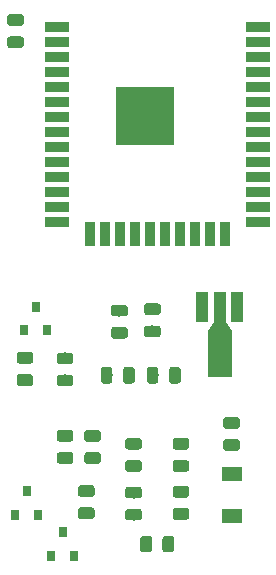
<source format=gbr>
G04 #@! TF.GenerationSoftware,KiCad,Pcbnew,(5.1.2-1)-1*
G04 #@! TF.CreationDate,2021-02-06T11:05:53+01:00*
G04 #@! TF.ProjectId,parasite,70617261-7369-4746-952e-6b696361645f,1.1.0*
G04 #@! TF.SameCoordinates,Original*
G04 #@! TF.FileFunction,Paste,Top*
G04 #@! TF.FilePolarity,Positive*
%FSLAX46Y46*%
G04 Gerber Fmt 4.6, Leading zero omitted, Abs format (unit mm)*
G04 Created by KiCad (PCBNEW (5.1.2-1)-1) date 2021-02-06 11:05:53*
%MOMM*%
%LPD*%
G04 APERTURE LIST*
%ADD10C,0.100000*%
%ADD11C,0.975000*%
%ADD12R,0.800000X0.900000*%
%ADD13R,1.700000X1.300000*%
%ADD14R,1.000000X2.500000*%
%ADD15R,2.000000X4.000000*%
%ADD16C,0.750000*%
%ADD17R,5.000000X5.000000*%
%ADD18R,2.000000X0.900000*%
%ADD19R,0.900000X2.000000*%
G04 APERTURE END LIST*
D10*
G36*
X118080142Y-74988674D02*
G01*
X118103803Y-74992184D01*
X118127007Y-74997996D01*
X118149529Y-75006054D01*
X118171153Y-75016282D01*
X118191670Y-75028579D01*
X118210883Y-75042829D01*
X118228607Y-75058893D01*
X118244671Y-75076617D01*
X118258921Y-75095830D01*
X118271218Y-75116347D01*
X118281446Y-75137971D01*
X118289504Y-75160493D01*
X118295316Y-75183697D01*
X118298826Y-75207358D01*
X118300000Y-75231250D01*
X118300000Y-75718750D01*
X118298826Y-75742642D01*
X118295316Y-75766303D01*
X118289504Y-75789507D01*
X118281446Y-75812029D01*
X118271218Y-75833653D01*
X118258921Y-75854170D01*
X118244671Y-75873383D01*
X118228607Y-75891107D01*
X118210883Y-75907171D01*
X118191670Y-75921421D01*
X118171153Y-75933718D01*
X118149529Y-75943946D01*
X118127007Y-75952004D01*
X118103803Y-75957816D01*
X118080142Y-75961326D01*
X118056250Y-75962500D01*
X117143750Y-75962500D01*
X117119858Y-75961326D01*
X117096197Y-75957816D01*
X117072993Y-75952004D01*
X117050471Y-75943946D01*
X117028847Y-75933718D01*
X117008330Y-75921421D01*
X116989117Y-75907171D01*
X116971393Y-75891107D01*
X116955329Y-75873383D01*
X116941079Y-75854170D01*
X116928782Y-75833653D01*
X116918554Y-75812029D01*
X116910496Y-75789507D01*
X116904684Y-75766303D01*
X116901174Y-75742642D01*
X116900000Y-75718750D01*
X116900000Y-75231250D01*
X116901174Y-75207358D01*
X116904684Y-75183697D01*
X116910496Y-75160493D01*
X116918554Y-75137971D01*
X116928782Y-75116347D01*
X116941079Y-75095830D01*
X116955329Y-75076617D01*
X116971393Y-75058893D01*
X116989117Y-75042829D01*
X117008330Y-75028579D01*
X117028847Y-75016282D01*
X117050471Y-75006054D01*
X117072993Y-74997996D01*
X117096197Y-74992184D01*
X117119858Y-74988674D01*
X117143750Y-74987500D01*
X118056250Y-74987500D01*
X118080142Y-74988674D01*
X118080142Y-74988674D01*
G37*
D11*
X117600000Y-75475000D03*
D10*
G36*
X118080142Y-73113674D02*
G01*
X118103803Y-73117184D01*
X118127007Y-73122996D01*
X118149529Y-73131054D01*
X118171153Y-73141282D01*
X118191670Y-73153579D01*
X118210883Y-73167829D01*
X118228607Y-73183893D01*
X118244671Y-73201617D01*
X118258921Y-73220830D01*
X118271218Y-73241347D01*
X118281446Y-73262971D01*
X118289504Y-73285493D01*
X118295316Y-73308697D01*
X118298826Y-73332358D01*
X118300000Y-73356250D01*
X118300000Y-73843750D01*
X118298826Y-73867642D01*
X118295316Y-73891303D01*
X118289504Y-73914507D01*
X118281446Y-73937029D01*
X118271218Y-73958653D01*
X118258921Y-73979170D01*
X118244671Y-73998383D01*
X118228607Y-74016107D01*
X118210883Y-74032171D01*
X118191670Y-74046421D01*
X118171153Y-74058718D01*
X118149529Y-74068946D01*
X118127007Y-74077004D01*
X118103803Y-74082816D01*
X118080142Y-74086326D01*
X118056250Y-74087500D01*
X117143750Y-74087500D01*
X117119858Y-74086326D01*
X117096197Y-74082816D01*
X117072993Y-74077004D01*
X117050471Y-74068946D01*
X117028847Y-74058718D01*
X117008330Y-74046421D01*
X116989117Y-74032171D01*
X116971393Y-74016107D01*
X116955329Y-73998383D01*
X116941079Y-73979170D01*
X116928782Y-73958653D01*
X116918554Y-73937029D01*
X116910496Y-73914507D01*
X116904684Y-73891303D01*
X116901174Y-73867642D01*
X116900000Y-73843750D01*
X116900000Y-73356250D01*
X116901174Y-73332358D01*
X116904684Y-73308697D01*
X116910496Y-73285493D01*
X116918554Y-73262971D01*
X116928782Y-73241347D01*
X116941079Y-73220830D01*
X116955329Y-73201617D01*
X116971393Y-73183893D01*
X116989117Y-73167829D01*
X117008330Y-73153579D01*
X117028847Y-73141282D01*
X117050471Y-73131054D01*
X117072993Y-73122996D01*
X117096197Y-73117184D01*
X117119858Y-73113674D01*
X117143750Y-73112500D01*
X118056250Y-73112500D01*
X118080142Y-73113674D01*
X118080142Y-73113674D01*
G37*
D11*
X117600000Y-73600000D03*
D10*
G36*
X115280142Y-73238674D02*
G01*
X115303803Y-73242184D01*
X115327007Y-73247996D01*
X115349529Y-73256054D01*
X115371153Y-73266282D01*
X115391670Y-73278579D01*
X115410883Y-73292829D01*
X115428607Y-73308893D01*
X115444671Y-73326617D01*
X115458921Y-73345830D01*
X115471218Y-73366347D01*
X115481446Y-73387971D01*
X115489504Y-73410493D01*
X115495316Y-73433697D01*
X115498826Y-73457358D01*
X115500000Y-73481250D01*
X115500000Y-73968750D01*
X115498826Y-73992642D01*
X115495316Y-74016303D01*
X115489504Y-74039507D01*
X115481446Y-74062029D01*
X115471218Y-74083653D01*
X115458921Y-74104170D01*
X115444671Y-74123383D01*
X115428607Y-74141107D01*
X115410883Y-74157171D01*
X115391670Y-74171421D01*
X115371153Y-74183718D01*
X115349529Y-74193946D01*
X115327007Y-74202004D01*
X115303803Y-74207816D01*
X115280142Y-74211326D01*
X115256250Y-74212500D01*
X114343750Y-74212500D01*
X114319858Y-74211326D01*
X114296197Y-74207816D01*
X114272993Y-74202004D01*
X114250471Y-74193946D01*
X114228847Y-74183718D01*
X114208330Y-74171421D01*
X114189117Y-74157171D01*
X114171393Y-74141107D01*
X114155329Y-74123383D01*
X114141079Y-74104170D01*
X114128782Y-74083653D01*
X114118554Y-74062029D01*
X114110496Y-74039507D01*
X114104684Y-74016303D01*
X114101174Y-73992642D01*
X114100000Y-73968750D01*
X114100000Y-73481250D01*
X114101174Y-73457358D01*
X114104684Y-73433697D01*
X114110496Y-73410493D01*
X114118554Y-73387971D01*
X114128782Y-73366347D01*
X114141079Y-73345830D01*
X114155329Y-73326617D01*
X114171393Y-73308893D01*
X114189117Y-73292829D01*
X114208330Y-73278579D01*
X114228847Y-73266282D01*
X114250471Y-73256054D01*
X114272993Y-73247996D01*
X114296197Y-73242184D01*
X114319858Y-73238674D01*
X114343750Y-73237500D01*
X115256250Y-73237500D01*
X115280142Y-73238674D01*
X115280142Y-73238674D01*
G37*
D11*
X114800000Y-73725000D03*
D10*
G36*
X115280142Y-75113674D02*
G01*
X115303803Y-75117184D01*
X115327007Y-75122996D01*
X115349529Y-75131054D01*
X115371153Y-75141282D01*
X115391670Y-75153579D01*
X115410883Y-75167829D01*
X115428607Y-75183893D01*
X115444671Y-75201617D01*
X115458921Y-75220830D01*
X115471218Y-75241347D01*
X115481446Y-75262971D01*
X115489504Y-75285493D01*
X115495316Y-75308697D01*
X115498826Y-75332358D01*
X115500000Y-75356250D01*
X115500000Y-75843750D01*
X115498826Y-75867642D01*
X115495316Y-75891303D01*
X115489504Y-75914507D01*
X115481446Y-75937029D01*
X115471218Y-75958653D01*
X115458921Y-75979170D01*
X115444671Y-75998383D01*
X115428607Y-76016107D01*
X115410883Y-76032171D01*
X115391670Y-76046421D01*
X115371153Y-76058718D01*
X115349529Y-76068946D01*
X115327007Y-76077004D01*
X115303803Y-76082816D01*
X115280142Y-76086326D01*
X115256250Y-76087500D01*
X114343750Y-76087500D01*
X114319858Y-76086326D01*
X114296197Y-76082816D01*
X114272993Y-76077004D01*
X114250471Y-76068946D01*
X114228847Y-76058718D01*
X114208330Y-76046421D01*
X114189117Y-76032171D01*
X114171393Y-76016107D01*
X114155329Y-75998383D01*
X114141079Y-75979170D01*
X114128782Y-75958653D01*
X114118554Y-75937029D01*
X114110496Y-75914507D01*
X114104684Y-75891303D01*
X114101174Y-75867642D01*
X114100000Y-75843750D01*
X114100000Y-75356250D01*
X114101174Y-75332358D01*
X114104684Y-75308697D01*
X114110496Y-75285493D01*
X114118554Y-75262971D01*
X114128782Y-75241347D01*
X114141079Y-75220830D01*
X114155329Y-75201617D01*
X114171393Y-75183893D01*
X114189117Y-75167829D01*
X114208330Y-75153579D01*
X114228847Y-75141282D01*
X114250471Y-75131054D01*
X114272993Y-75122996D01*
X114296197Y-75117184D01*
X114319858Y-75113674D01*
X114343750Y-75112500D01*
X115256250Y-75112500D01*
X115280142Y-75113674D01*
X115280142Y-75113674D01*
G37*
D11*
X114800000Y-75600000D03*
D12*
X110000000Y-92500000D03*
X110950000Y-94500000D03*
X109050000Y-94500000D03*
X106950000Y-89000000D03*
X107900000Y-91000000D03*
X106000000Y-91000000D03*
D10*
G36*
X119205142Y-92801174D02*
G01*
X119228803Y-92804684D01*
X119252007Y-92810496D01*
X119274529Y-92818554D01*
X119296153Y-92828782D01*
X119316670Y-92841079D01*
X119335883Y-92855329D01*
X119353607Y-92871393D01*
X119369671Y-92889117D01*
X119383921Y-92908330D01*
X119396218Y-92928847D01*
X119406446Y-92950471D01*
X119414504Y-92972993D01*
X119420316Y-92996197D01*
X119423826Y-93019858D01*
X119425000Y-93043750D01*
X119425000Y-93956250D01*
X119423826Y-93980142D01*
X119420316Y-94003803D01*
X119414504Y-94027007D01*
X119406446Y-94049529D01*
X119396218Y-94071153D01*
X119383921Y-94091670D01*
X119369671Y-94110883D01*
X119353607Y-94128607D01*
X119335883Y-94144671D01*
X119316670Y-94158921D01*
X119296153Y-94171218D01*
X119274529Y-94181446D01*
X119252007Y-94189504D01*
X119228803Y-94195316D01*
X119205142Y-94198826D01*
X119181250Y-94200000D01*
X118693750Y-94200000D01*
X118669858Y-94198826D01*
X118646197Y-94195316D01*
X118622993Y-94189504D01*
X118600471Y-94181446D01*
X118578847Y-94171218D01*
X118558330Y-94158921D01*
X118539117Y-94144671D01*
X118521393Y-94128607D01*
X118505329Y-94110883D01*
X118491079Y-94091670D01*
X118478782Y-94071153D01*
X118468554Y-94049529D01*
X118460496Y-94027007D01*
X118454684Y-94003803D01*
X118451174Y-93980142D01*
X118450000Y-93956250D01*
X118450000Y-93043750D01*
X118451174Y-93019858D01*
X118454684Y-92996197D01*
X118460496Y-92972993D01*
X118468554Y-92950471D01*
X118478782Y-92928847D01*
X118491079Y-92908330D01*
X118505329Y-92889117D01*
X118521393Y-92871393D01*
X118539117Y-92855329D01*
X118558330Y-92841079D01*
X118578847Y-92828782D01*
X118600471Y-92818554D01*
X118622993Y-92810496D01*
X118646197Y-92804684D01*
X118669858Y-92801174D01*
X118693750Y-92800000D01*
X119181250Y-92800000D01*
X119205142Y-92801174D01*
X119205142Y-92801174D01*
G37*
D11*
X118937500Y-93500000D03*
D10*
G36*
X117330142Y-92801174D02*
G01*
X117353803Y-92804684D01*
X117377007Y-92810496D01*
X117399529Y-92818554D01*
X117421153Y-92828782D01*
X117441670Y-92841079D01*
X117460883Y-92855329D01*
X117478607Y-92871393D01*
X117494671Y-92889117D01*
X117508921Y-92908330D01*
X117521218Y-92928847D01*
X117531446Y-92950471D01*
X117539504Y-92972993D01*
X117545316Y-92996197D01*
X117548826Y-93019858D01*
X117550000Y-93043750D01*
X117550000Y-93956250D01*
X117548826Y-93980142D01*
X117545316Y-94003803D01*
X117539504Y-94027007D01*
X117531446Y-94049529D01*
X117521218Y-94071153D01*
X117508921Y-94091670D01*
X117494671Y-94110883D01*
X117478607Y-94128607D01*
X117460883Y-94144671D01*
X117441670Y-94158921D01*
X117421153Y-94171218D01*
X117399529Y-94181446D01*
X117377007Y-94189504D01*
X117353803Y-94195316D01*
X117330142Y-94198826D01*
X117306250Y-94200000D01*
X116818750Y-94200000D01*
X116794858Y-94198826D01*
X116771197Y-94195316D01*
X116747993Y-94189504D01*
X116725471Y-94181446D01*
X116703847Y-94171218D01*
X116683330Y-94158921D01*
X116664117Y-94144671D01*
X116646393Y-94128607D01*
X116630329Y-94110883D01*
X116616079Y-94091670D01*
X116603782Y-94071153D01*
X116593554Y-94049529D01*
X116585496Y-94027007D01*
X116579684Y-94003803D01*
X116576174Y-93980142D01*
X116575000Y-93956250D01*
X116575000Y-93043750D01*
X116576174Y-93019858D01*
X116579684Y-92996197D01*
X116585496Y-92972993D01*
X116593554Y-92950471D01*
X116603782Y-92928847D01*
X116616079Y-92908330D01*
X116630329Y-92889117D01*
X116646393Y-92871393D01*
X116664117Y-92855329D01*
X116683330Y-92841079D01*
X116703847Y-92828782D01*
X116725471Y-92818554D01*
X116747993Y-92810496D01*
X116771197Y-92804684D01*
X116794858Y-92801174D01*
X116818750Y-92800000D01*
X117306250Y-92800000D01*
X117330142Y-92801174D01*
X117330142Y-92801174D01*
G37*
D11*
X117062500Y-93500000D03*
D10*
G36*
X120480142Y-84513674D02*
G01*
X120503803Y-84517184D01*
X120527007Y-84522996D01*
X120549529Y-84531054D01*
X120571153Y-84541282D01*
X120591670Y-84553579D01*
X120610883Y-84567829D01*
X120628607Y-84583893D01*
X120644671Y-84601617D01*
X120658921Y-84620830D01*
X120671218Y-84641347D01*
X120681446Y-84662971D01*
X120689504Y-84685493D01*
X120695316Y-84708697D01*
X120698826Y-84732358D01*
X120700000Y-84756250D01*
X120700000Y-85243750D01*
X120698826Y-85267642D01*
X120695316Y-85291303D01*
X120689504Y-85314507D01*
X120681446Y-85337029D01*
X120671218Y-85358653D01*
X120658921Y-85379170D01*
X120644671Y-85398383D01*
X120628607Y-85416107D01*
X120610883Y-85432171D01*
X120591670Y-85446421D01*
X120571153Y-85458718D01*
X120549529Y-85468946D01*
X120527007Y-85477004D01*
X120503803Y-85482816D01*
X120480142Y-85486326D01*
X120456250Y-85487500D01*
X119543750Y-85487500D01*
X119519858Y-85486326D01*
X119496197Y-85482816D01*
X119472993Y-85477004D01*
X119450471Y-85468946D01*
X119428847Y-85458718D01*
X119408330Y-85446421D01*
X119389117Y-85432171D01*
X119371393Y-85416107D01*
X119355329Y-85398383D01*
X119341079Y-85379170D01*
X119328782Y-85358653D01*
X119318554Y-85337029D01*
X119310496Y-85314507D01*
X119304684Y-85291303D01*
X119301174Y-85267642D01*
X119300000Y-85243750D01*
X119300000Y-84756250D01*
X119301174Y-84732358D01*
X119304684Y-84708697D01*
X119310496Y-84685493D01*
X119318554Y-84662971D01*
X119328782Y-84641347D01*
X119341079Y-84620830D01*
X119355329Y-84601617D01*
X119371393Y-84583893D01*
X119389117Y-84567829D01*
X119408330Y-84553579D01*
X119428847Y-84541282D01*
X119450471Y-84531054D01*
X119472993Y-84522996D01*
X119496197Y-84517184D01*
X119519858Y-84513674D01*
X119543750Y-84512500D01*
X120456250Y-84512500D01*
X120480142Y-84513674D01*
X120480142Y-84513674D01*
G37*
D11*
X120000000Y-85000000D03*
D10*
G36*
X120480142Y-86388674D02*
G01*
X120503803Y-86392184D01*
X120527007Y-86397996D01*
X120549529Y-86406054D01*
X120571153Y-86416282D01*
X120591670Y-86428579D01*
X120610883Y-86442829D01*
X120628607Y-86458893D01*
X120644671Y-86476617D01*
X120658921Y-86495830D01*
X120671218Y-86516347D01*
X120681446Y-86537971D01*
X120689504Y-86560493D01*
X120695316Y-86583697D01*
X120698826Y-86607358D01*
X120700000Y-86631250D01*
X120700000Y-87118750D01*
X120698826Y-87142642D01*
X120695316Y-87166303D01*
X120689504Y-87189507D01*
X120681446Y-87212029D01*
X120671218Y-87233653D01*
X120658921Y-87254170D01*
X120644671Y-87273383D01*
X120628607Y-87291107D01*
X120610883Y-87307171D01*
X120591670Y-87321421D01*
X120571153Y-87333718D01*
X120549529Y-87343946D01*
X120527007Y-87352004D01*
X120503803Y-87357816D01*
X120480142Y-87361326D01*
X120456250Y-87362500D01*
X119543750Y-87362500D01*
X119519858Y-87361326D01*
X119496197Y-87357816D01*
X119472993Y-87352004D01*
X119450471Y-87343946D01*
X119428847Y-87333718D01*
X119408330Y-87321421D01*
X119389117Y-87307171D01*
X119371393Y-87291107D01*
X119355329Y-87273383D01*
X119341079Y-87254170D01*
X119328782Y-87233653D01*
X119318554Y-87212029D01*
X119310496Y-87189507D01*
X119304684Y-87166303D01*
X119301174Y-87142642D01*
X119300000Y-87118750D01*
X119300000Y-86631250D01*
X119301174Y-86607358D01*
X119304684Y-86583697D01*
X119310496Y-86560493D01*
X119318554Y-86537971D01*
X119328782Y-86516347D01*
X119341079Y-86495830D01*
X119355329Y-86476617D01*
X119371393Y-86458893D01*
X119389117Y-86442829D01*
X119408330Y-86428579D01*
X119428847Y-86416282D01*
X119450471Y-86406054D01*
X119472993Y-86397996D01*
X119496197Y-86392184D01*
X119519858Y-86388674D01*
X119543750Y-86387500D01*
X120456250Y-86387500D01*
X120480142Y-86388674D01*
X120480142Y-86388674D01*
G37*
D11*
X120000000Y-86875000D03*
D10*
G36*
X113017642Y-83838674D02*
G01*
X113041303Y-83842184D01*
X113064507Y-83847996D01*
X113087029Y-83856054D01*
X113108653Y-83866282D01*
X113129170Y-83878579D01*
X113148383Y-83892829D01*
X113166107Y-83908893D01*
X113182171Y-83926617D01*
X113196421Y-83945830D01*
X113208718Y-83966347D01*
X113218946Y-83987971D01*
X113227004Y-84010493D01*
X113232816Y-84033697D01*
X113236326Y-84057358D01*
X113237500Y-84081250D01*
X113237500Y-84568750D01*
X113236326Y-84592642D01*
X113232816Y-84616303D01*
X113227004Y-84639507D01*
X113218946Y-84662029D01*
X113208718Y-84683653D01*
X113196421Y-84704170D01*
X113182171Y-84723383D01*
X113166107Y-84741107D01*
X113148383Y-84757171D01*
X113129170Y-84771421D01*
X113108653Y-84783718D01*
X113087029Y-84793946D01*
X113064507Y-84802004D01*
X113041303Y-84807816D01*
X113017642Y-84811326D01*
X112993750Y-84812500D01*
X112081250Y-84812500D01*
X112057358Y-84811326D01*
X112033697Y-84807816D01*
X112010493Y-84802004D01*
X111987971Y-84793946D01*
X111966347Y-84783718D01*
X111945830Y-84771421D01*
X111926617Y-84757171D01*
X111908893Y-84741107D01*
X111892829Y-84723383D01*
X111878579Y-84704170D01*
X111866282Y-84683653D01*
X111856054Y-84662029D01*
X111847996Y-84639507D01*
X111842184Y-84616303D01*
X111838674Y-84592642D01*
X111837500Y-84568750D01*
X111837500Y-84081250D01*
X111838674Y-84057358D01*
X111842184Y-84033697D01*
X111847996Y-84010493D01*
X111856054Y-83987971D01*
X111866282Y-83966347D01*
X111878579Y-83945830D01*
X111892829Y-83926617D01*
X111908893Y-83908893D01*
X111926617Y-83892829D01*
X111945830Y-83878579D01*
X111966347Y-83866282D01*
X111987971Y-83856054D01*
X112010493Y-83847996D01*
X112033697Y-83842184D01*
X112057358Y-83838674D01*
X112081250Y-83837500D01*
X112993750Y-83837500D01*
X113017642Y-83838674D01*
X113017642Y-83838674D01*
G37*
D11*
X112537500Y-84325000D03*
D10*
G36*
X113017642Y-85713674D02*
G01*
X113041303Y-85717184D01*
X113064507Y-85722996D01*
X113087029Y-85731054D01*
X113108653Y-85741282D01*
X113129170Y-85753579D01*
X113148383Y-85767829D01*
X113166107Y-85783893D01*
X113182171Y-85801617D01*
X113196421Y-85820830D01*
X113208718Y-85841347D01*
X113218946Y-85862971D01*
X113227004Y-85885493D01*
X113232816Y-85908697D01*
X113236326Y-85932358D01*
X113237500Y-85956250D01*
X113237500Y-86443750D01*
X113236326Y-86467642D01*
X113232816Y-86491303D01*
X113227004Y-86514507D01*
X113218946Y-86537029D01*
X113208718Y-86558653D01*
X113196421Y-86579170D01*
X113182171Y-86598383D01*
X113166107Y-86616107D01*
X113148383Y-86632171D01*
X113129170Y-86646421D01*
X113108653Y-86658718D01*
X113087029Y-86668946D01*
X113064507Y-86677004D01*
X113041303Y-86682816D01*
X113017642Y-86686326D01*
X112993750Y-86687500D01*
X112081250Y-86687500D01*
X112057358Y-86686326D01*
X112033697Y-86682816D01*
X112010493Y-86677004D01*
X111987971Y-86668946D01*
X111966347Y-86658718D01*
X111945830Y-86646421D01*
X111926617Y-86632171D01*
X111908893Y-86616107D01*
X111892829Y-86598383D01*
X111878579Y-86579170D01*
X111866282Y-86558653D01*
X111856054Y-86537029D01*
X111847996Y-86514507D01*
X111842184Y-86491303D01*
X111838674Y-86467642D01*
X111837500Y-86443750D01*
X111837500Y-85956250D01*
X111838674Y-85932358D01*
X111842184Y-85908697D01*
X111847996Y-85885493D01*
X111856054Y-85862971D01*
X111866282Y-85841347D01*
X111878579Y-85820830D01*
X111892829Y-85801617D01*
X111908893Y-85783893D01*
X111926617Y-85767829D01*
X111945830Y-85753579D01*
X111966347Y-85741282D01*
X111987971Y-85731054D01*
X112010493Y-85722996D01*
X112033697Y-85717184D01*
X112057358Y-85713674D01*
X112081250Y-85712500D01*
X112993750Y-85712500D01*
X113017642Y-85713674D01*
X113017642Y-85713674D01*
G37*
D11*
X112537500Y-86200000D03*
D10*
G36*
X113992642Y-78501174D02*
G01*
X114016303Y-78504684D01*
X114039507Y-78510496D01*
X114062029Y-78518554D01*
X114083653Y-78528782D01*
X114104170Y-78541079D01*
X114123383Y-78555329D01*
X114141107Y-78571393D01*
X114157171Y-78589117D01*
X114171421Y-78608330D01*
X114183718Y-78628847D01*
X114193946Y-78650471D01*
X114202004Y-78672993D01*
X114207816Y-78696197D01*
X114211326Y-78719858D01*
X114212500Y-78743750D01*
X114212500Y-79656250D01*
X114211326Y-79680142D01*
X114207816Y-79703803D01*
X114202004Y-79727007D01*
X114193946Y-79749529D01*
X114183718Y-79771153D01*
X114171421Y-79791670D01*
X114157171Y-79810883D01*
X114141107Y-79828607D01*
X114123383Y-79844671D01*
X114104170Y-79858921D01*
X114083653Y-79871218D01*
X114062029Y-79881446D01*
X114039507Y-79889504D01*
X114016303Y-79895316D01*
X113992642Y-79898826D01*
X113968750Y-79900000D01*
X113481250Y-79900000D01*
X113457358Y-79898826D01*
X113433697Y-79895316D01*
X113410493Y-79889504D01*
X113387971Y-79881446D01*
X113366347Y-79871218D01*
X113345830Y-79858921D01*
X113326617Y-79844671D01*
X113308893Y-79828607D01*
X113292829Y-79810883D01*
X113278579Y-79791670D01*
X113266282Y-79771153D01*
X113256054Y-79749529D01*
X113247996Y-79727007D01*
X113242184Y-79703803D01*
X113238674Y-79680142D01*
X113237500Y-79656250D01*
X113237500Y-78743750D01*
X113238674Y-78719858D01*
X113242184Y-78696197D01*
X113247996Y-78672993D01*
X113256054Y-78650471D01*
X113266282Y-78628847D01*
X113278579Y-78608330D01*
X113292829Y-78589117D01*
X113308893Y-78571393D01*
X113326617Y-78555329D01*
X113345830Y-78541079D01*
X113366347Y-78528782D01*
X113387971Y-78518554D01*
X113410493Y-78510496D01*
X113433697Y-78504684D01*
X113457358Y-78501174D01*
X113481250Y-78500000D01*
X113968750Y-78500000D01*
X113992642Y-78501174D01*
X113992642Y-78501174D01*
G37*
D11*
X113725000Y-79200000D03*
D10*
G36*
X115867642Y-78501174D02*
G01*
X115891303Y-78504684D01*
X115914507Y-78510496D01*
X115937029Y-78518554D01*
X115958653Y-78528782D01*
X115979170Y-78541079D01*
X115998383Y-78555329D01*
X116016107Y-78571393D01*
X116032171Y-78589117D01*
X116046421Y-78608330D01*
X116058718Y-78628847D01*
X116068946Y-78650471D01*
X116077004Y-78672993D01*
X116082816Y-78696197D01*
X116086326Y-78719858D01*
X116087500Y-78743750D01*
X116087500Y-79656250D01*
X116086326Y-79680142D01*
X116082816Y-79703803D01*
X116077004Y-79727007D01*
X116068946Y-79749529D01*
X116058718Y-79771153D01*
X116046421Y-79791670D01*
X116032171Y-79810883D01*
X116016107Y-79828607D01*
X115998383Y-79844671D01*
X115979170Y-79858921D01*
X115958653Y-79871218D01*
X115937029Y-79881446D01*
X115914507Y-79889504D01*
X115891303Y-79895316D01*
X115867642Y-79898826D01*
X115843750Y-79900000D01*
X115356250Y-79900000D01*
X115332358Y-79898826D01*
X115308697Y-79895316D01*
X115285493Y-79889504D01*
X115262971Y-79881446D01*
X115241347Y-79871218D01*
X115220830Y-79858921D01*
X115201617Y-79844671D01*
X115183893Y-79828607D01*
X115167829Y-79810883D01*
X115153579Y-79791670D01*
X115141282Y-79771153D01*
X115131054Y-79749529D01*
X115122996Y-79727007D01*
X115117184Y-79703803D01*
X115113674Y-79680142D01*
X115112500Y-79656250D01*
X115112500Y-78743750D01*
X115113674Y-78719858D01*
X115117184Y-78696197D01*
X115122996Y-78672993D01*
X115131054Y-78650471D01*
X115141282Y-78628847D01*
X115153579Y-78608330D01*
X115167829Y-78589117D01*
X115183893Y-78571393D01*
X115201617Y-78555329D01*
X115220830Y-78541079D01*
X115241347Y-78528782D01*
X115262971Y-78518554D01*
X115285493Y-78510496D01*
X115308697Y-78504684D01*
X115332358Y-78501174D01*
X115356250Y-78500000D01*
X115843750Y-78500000D01*
X115867642Y-78501174D01*
X115867642Y-78501174D01*
G37*
D11*
X115600000Y-79200000D03*
D10*
G36*
X117892642Y-78501174D02*
G01*
X117916303Y-78504684D01*
X117939507Y-78510496D01*
X117962029Y-78518554D01*
X117983653Y-78528782D01*
X118004170Y-78541079D01*
X118023383Y-78555329D01*
X118041107Y-78571393D01*
X118057171Y-78589117D01*
X118071421Y-78608330D01*
X118083718Y-78628847D01*
X118093946Y-78650471D01*
X118102004Y-78672993D01*
X118107816Y-78696197D01*
X118111326Y-78719858D01*
X118112500Y-78743750D01*
X118112500Y-79656250D01*
X118111326Y-79680142D01*
X118107816Y-79703803D01*
X118102004Y-79727007D01*
X118093946Y-79749529D01*
X118083718Y-79771153D01*
X118071421Y-79791670D01*
X118057171Y-79810883D01*
X118041107Y-79828607D01*
X118023383Y-79844671D01*
X118004170Y-79858921D01*
X117983653Y-79871218D01*
X117962029Y-79881446D01*
X117939507Y-79889504D01*
X117916303Y-79895316D01*
X117892642Y-79898826D01*
X117868750Y-79900000D01*
X117381250Y-79900000D01*
X117357358Y-79898826D01*
X117333697Y-79895316D01*
X117310493Y-79889504D01*
X117287971Y-79881446D01*
X117266347Y-79871218D01*
X117245830Y-79858921D01*
X117226617Y-79844671D01*
X117208893Y-79828607D01*
X117192829Y-79810883D01*
X117178579Y-79791670D01*
X117166282Y-79771153D01*
X117156054Y-79749529D01*
X117147996Y-79727007D01*
X117142184Y-79703803D01*
X117138674Y-79680142D01*
X117137500Y-79656250D01*
X117137500Y-78743750D01*
X117138674Y-78719858D01*
X117142184Y-78696197D01*
X117147996Y-78672993D01*
X117156054Y-78650471D01*
X117166282Y-78628847D01*
X117178579Y-78608330D01*
X117192829Y-78589117D01*
X117208893Y-78571393D01*
X117226617Y-78555329D01*
X117245830Y-78541079D01*
X117266347Y-78528782D01*
X117287971Y-78518554D01*
X117310493Y-78510496D01*
X117333697Y-78504684D01*
X117357358Y-78501174D01*
X117381250Y-78500000D01*
X117868750Y-78500000D01*
X117892642Y-78501174D01*
X117892642Y-78501174D01*
G37*
D11*
X117625000Y-79200000D03*
D10*
G36*
X119767642Y-78501174D02*
G01*
X119791303Y-78504684D01*
X119814507Y-78510496D01*
X119837029Y-78518554D01*
X119858653Y-78528782D01*
X119879170Y-78541079D01*
X119898383Y-78555329D01*
X119916107Y-78571393D01*
X119932171Y-78589117D01*
X119946421Y-78608330D01*
X119958718Y-78628847D01*
X119968946Y-78650471D01*
X119977004Y-78672993D01*
X119982816Y-78696197D01*
X119986326Y-78719858D01*
X119987500Y-78743750D01*
X119987500Y-79656250D01*
X119986326Y-79680142D01*
X119982816Y-79703803D01*
X119977004Y-79727007D01*
X119968946Y-79749529D01*
X119958718Y-79771153D01*
X119946421Y-79791670D01*
X119932171Y-79810883D01*
X119916107Y-79828607D01*
X119898383Y-79844671D01*
X119879170Y-79858921D01*
X119858653Y-79871218D01*
X119837029Y-79881446D01*
X119814507Y-79889504D01*
X119791303Y-79895316D01*
X119767642Y-79898826D01*
X119743750Y-79900000D01*
X119256250Y-79900000D01*
X119232358Y-79898826D01*
X119208697Y-79895316D01*
X119185493Y-79889504D01*
X119162971Y-79881446D01*
X119141347Y-79871218D01*
X119120830Y-79858921D01*
X119101617Y-79844671D01*
X119083893Y-79828607D01*
X119067829Y-79810883D01*
X119053579Y-79791670D01*
X119041282Y-79771153D01*
X119031054Y-79749529D01*
X119022996Y-79727007D01*
X119017184Y-79703803D01*
X119013674Y-79680142D01*
X119012500Y-79656250D01*
X119012500Y-78743750D01*
X119013674Y-78719858D01*
X119017184Y-78696197D01*
X119022996Y-78672993D01*
X119031054Y-78650471D01*
X119041282Y-78628847D01*
X119053579Y-78608330D01*
X119067829Y-78589117D01*
X119083893Y-78571393D01*
X119101617Y-78555329D01*
X119120830Y-78541079D01*
X119141347Y-78528782D01*
X119162971Y-78518554D01*
X119185493Y-78510496D01*
X119208697Y-78504684D01*
X119232358Y-78501174D01*
X119256250Y-78500000D01*
X119743750Y-78500000D01*
X119767642Y-78501174D01*
X119767642Y-78501174D01*
G37*
D11*
X119500000Y-79200000D03*
D13*
X124300000Y-91100000D03*
X124300000Y-87600000D03*
D14*
X124800000Y-73440000D03*
X123300000Y-73440000D03*
X121800000Y-73440000D03*
D15*
X123300000Y-77400000D03*
D16*
X123300000Y-75050000D03*
D10*
G36*
X122300000Y-75425000D02*
G01*
X122800000Y-74675000D01*
X123800000Y-74675000D01*
X124300000Y-75425000D01*
X122300000Y-75425000D01*
X122300000Y-75425000D01*
G37*
D17*
X117000000Y-57245000D03*
D18*
X109500000Y-49745000D03*
X109500000Y-51015000D03*
X109500000Y-52285000D03*
X109500000Y-53555000D03*
X109500000Y-54825000D03*
X109500000Y-56095000D03*
X109500000Y-57365000D03*
X109500000Y-58635000D03*
X109500000Y-59905000D03*
X109500000Y-61175000D03*
X109500000Y-62445000D03*
X109500000Y-63715000D03*
X109500000Y-64985000D03*
X109500000Y-66255000D03*
D19*
X112285000Y-67255000D03*
X113555000Y-67255000D03*
X114825000Y-67255000D03*
X116095000Y-67255000D03*
X117365000Y-67255000D03*
X118635000Y-67255000D03*
X119905000Y-67255000D03*
X121175000Y-67255000D03*
X122445000Y-67255000D03*
X123715000Y-67255000D03*
D18*
X126500000Y-66255000D03*
X126500000Y-64985000D03*
X126500000Y-63715000D03*
X126500000Y-62445000D03*
X126500000Y-61175000D03*
X126500000Y-59905000D03*
X126500000Y-58635000D03*
X126500000Y-57365000D03*
X126500000Y-56095000D03*
X126500000Y-54825000D03*
X126500000Y-53555000D03*
X126500000Y-52285000D03*
X126500000Y-51015000D03*
X126500000Y-49745000D03*
D10*
G36*
X124780142Y-82738674D02*
G01*
X124803803Y-82742184D01*
X124827007Y-82747996D01*
X124849529Y-82756054D01*
X124871153Y-82766282D01*
X124891670Y-82778579D01*
X124910883Y-82792829D01*
X124928607Y-82808893D01*
X124944671Y-82826617D01*
X124958921Y-82845830D01*
X124971218Y-82866347D01*
X124981446Y-82887971D01*
X124989504Y-82910493D01*
X124995316Y-82933697D01*
X124998826Y-82957358D01*
X125000000Y-82981250D01*
X125000000Y-83468750D01*
X124998826Y-83492642D01*
X124995316Y-83516303D01*
X124989504Y-83539507D01*
X124981446Y-83562029D01*
X124971218Y-83583653D01*
X124958921Y-83604170D01*
X124944671Y-83623383D01*
X124928607Y-83641107D01*
X124910883Y-83657171D01*
X124891670Y-83671421D01*
X124871153Y-83683718D01*
X124849529Y-83693946D01*
X124827007Y-83702004D01*
X124803803Y-83707816D01*
X124780142Y-83711326D01*
X124756250Y-83712500D01*
X123843750Y-83712500D01*
X123819858Y-83711326D01*
X123796197Y-83707816D01*
X123772993Y-83702004D01*
X123750471Y-83693946D01*
X123728847Y-83683718D01*
X123708330Y-83671421D01*
X123689117Y-83657171D01*
X123671393Y-83641107D01*
X123655329Y-83623383D01*
X123641079Y-83604170D01*
X123628782Y-83583653D01*
X123618554Y-83562029D01*
X123610496Y-83539507D01*
X123604684Y-83516303D01*
X123601174Y-83492642D01*
X123600000Y-83468750D01*
X123600000Y-82981250D01*
X123601174Y-82957358D01*
X123604684Y-82933697D01*
X123610496Y-82910493D01*
X123618554Y-82887971D01*
X123628782Y-82866347D01*
X123641079Y-82845830D01*
X123655329Y-82826617D01*
X123671393Y-82808893D01*
X123689117Y-82792829D01*
X123708330Y-82778579D01*
X123728847Y-82766282D01*
X123750471Y-82756054D01*
X123772993Y-82747996D01*
X123796197Y-82742184D01*
X123819858Y-82738674D01*
X123843750Y-82737500D01*
X124756250Y-82737500D01*
X124780142Y-82738674D01*
X124780142Y-82738674D01*
G37*
D11*
X124300000Y-83225000D03*
D10*
G36*
X124780142Y-84613674D02*
G01*
X124803803Y-84617184D01*
X124827007Y-84622996D01*
X124849529Y-84631054D01*
X124871153Y-84641282D01*
X124891670Y-84653579D01*
X124910883Y-84667829D01*
X124928607Y-84683893D01*
X124944671Y-84701617D01*
X124958921Y-84720830D01*
X124971218Y-84741347D01*
X124981446Y-84762971D01*
X124989504Y-84785493D01*
X124995316Y-84808697D01*
X124998826Y-84832358D01*
X125000000Y-84856250D01*
X125000000Y-85343750D01*
X124998826Y-85367642D01*
X124995316Y-85391303D01*
X124989504Y-85414507D01*
X124981446Y-85437029D01*
X124971218Y-85458653D01*
X124958921Y-85479170D01*
X124944671Y-85498383D01*
X124928607Y-85516107D01*
X124910883Y-85532171D01*
X124891670Y-85546421D01*
X124871153Y-85558718D01*
X124849529Y-85568946D01*
X124827007Y-85577004D01*
X124803803Y-85582816D01*
X124780142Y-85586326D01*
X124756250Y-85587500D01*
X123843750Y-85587500D01*
X123819858Y-85586326D01*
X123796197Y-85582816D01*
X123772993Y-85577004D01*
X123750471Y-85568946D01*
X123728847Y-85558718D01*
X123708330Y-85546421D01*
X123689117Y-85532171D01*
X123671393Y-85516107D01*
X123655329Y-85498383D01*
X123641079Y-85479170D01*
X123628782Y-85458653D01*
X123618554Y-85437029D01*
X123610496Y-85414507D01*
X123604684Y-85391303D01*
X123601174Y-85367642D01*
X123600000Y-85343750D01*
X123600000Y-84856250D01*
X123601174Y-84832358D01*
X123604684Y-84808697D01*
X123610496Y-84785493D01*
X123618554Y-84762971D01*
X123628782Y-84741347D01*
X123641079Y-84720830D01*
X123655329Y-84701617D01*
X123671393Y-84683893D01*
X123689117Y-84667829D01*
X123708330Y-84653579D01*
X123728847Y-84641282D01*
X123750471Y-84631054D01*
X123772993Y-84622996D01*
X123796197Y-84617184D01*
X123819858Y-84613674D01*
X123843750Y-84612500D01*
X124756250Y-84612500D01*
X124780142Y-84613674D01*
X124780142Y-84613674D01*
G37*
D11*
X124300000Y-85100000D03*
D10*
G36*
X106480142Y-48638674D02*
G01*
X106503803Y-48642184D01*
X106527007Y-48647996D01*
X106549529Y-48656054D01*
X106571153Y-48666282D01*
X106591670Y-48678579D01*
X106610883Y-48692829D01*
X106628607Y-48708893D01*
X106644671Y-48726617D01*
X106658921Y-48745830D01*
X106671218Y-48766347D01*
X106681446Y-48787971D01*
X106689504Y-48810493D01*
X106695316Y-48833697D01*
X106698826Y-48857358D01*
X106700000Y-48881250D01*
X106700000Y-49368750D01*
X106698826Y-49392642D01*
X106695316Y-49416303D01*
X106689504Y-49439507D01*
X106681446Y-49462029D01*
X106671218Y-49483653D01*
X106658921Y-49504170D01*
X106644671Y-49523383D01*
X106628607Y-49541107D01*
X106610883Y-49557171D01*
X106591670Y-49571421D01*
X106571153Y-49583718D01*
X106549529Y-49593946D01*
X106527007Y-49602004D01*
X106503803Y-49607816D01*
X106480142Y-49611326D01*
X106456250Y-49612500D01*
X105543750Y-49612500D01*
X105519858Y-49611326D01*
X105496197Y-49607816D01*
X105472993Y-49602004D01*
X105450471Y-49593946D01*
X105428847Y-49583718D01*
X105408330Y-49571421D01*
X105389117Y-49557171D01*
X105371393Y-49541107D01*
X105355329Y-49523383D01*
X105341079Y-49504170D01*
X105328782Y-49483653D01*
X105318554Y-49462029D01*
X105310496Y-49439507D01*
X105304684Y-49416303D01*
X105301174Y-49392642D01*
X105300000Y-49368750D01*
X105300000Y-48881250D01*
X105301174Y-48857358D01*
X105304684Y-48833697D01*
X105310496Y-48810493D01*
X105318554Y-48787971D01*
X105328782Y-48766347D01*
X105341079Y-48745830D01*
X105355329Y-48726617D01*
X105371393Y-48708893D01*
X105389117Y-48692829D01*
X105408330Y-48678579D01*
X105428847Y-48666282D01*
X105450471Y-48656054D01*
X105472993Y-48647996D01*
X105496197Y-48642184D01*
X105519858Y-48638674D01*
X105543750Y-48637500D01*
X106456250Y-48637500D01*
X106480142Y-48638674D01*
X106480142Y-48638674D01*
G37*
D11*
X106000000Y-49125000D03*
D10*
G36*
X106480142Y-50513674D02*
G01*
X106503803Y-50517184D01*
X106527007Y-50522996D01*
X106549529Y-50531054D01*
X106571153Y-50541282D01*
X106591670Y-50553579D01*
X106610883Y-50567829D01*
X106628607Y-50583893D01*
X106644671Y-50601617D01*
X106658921Y-50620830D01*
X106671218Y-50641347D01*
X106681446Y-50662971D01*
X106689504Y-50685493D01*
X106695316Y-50708697D01*
X106698826Y-50732358D01*
X106700000Y-50756250D01*
X106700000Y-51243750D01*
X106698826Y-51267642D01*
X106695316Y-51291303D01*
X106689504Y-51314507D01*
X106681446Y-51337029D01*
X106671218Y-51358653D01*
X106658921Y-51379170D01*
X106644671Y-51398383D01*
X106628607Y-51416107D01*
X106610883Y-51432171D01*
X106591670Y-51446421D01*
X106571153Y-51458718D01*
X106549529Y-51468946D01*
X106527007Y-51477004D01*
X106503803Y-51482816D01*
X106480142Y-51486326D01*
X106456250Y-51487500D01*
X105543750Y-51487500D01*
X105519858Y-51486326D01*
X105496197Y-51482816D01*
X105472993Y-51477004D01*
X105450471Y-51468946D01*
X105428847Y-51458718D01*
X105408330Y-51446421D01*
X105389117Y-51432171D01*
X105371393Y-51416107D01*
X105355329Y-51398383D01*
X105341079Y-51379170D01*
X105328782Y-51358653D01*
X105318554Y-51337029D01*
X105310496Y-51314507D01*
X105304684Y-51291303D01*
X105301174Y-51267642D01*
X105300000Y-51243750D01*
X105300000Y-50756250D01*
X105301174Y-50732358D01*
X105304684Y-50708697D01*
X105310496Y-50685493D01*
X105318554Y-50662971D01*
X105328782Y-50641347D01*
X105341079Y-50620830D01*
X105355329Y-50601617D01*
X105371393Y-50583893D01*
X105389117Y-50567829D01*
X105408330Y-50553579D01*
X105428847Y-50541282D01*
X105450471Y-50531054D01*
X105472993Y-50522996D01*
X105496197Y-50517184D01*
X105519858Y-50513674D01*
X105543750Y-50512500D01*
X106456250Y-50512500D01*
X106480142Y-50513674D01*
X106480142Y-50513674D01*
G37*
D11*
X106000000Y-51000000D03*
D10*
G36*
X110680142Y-83838674D02*
G01*
X110703803Y-83842184D01*
X110727007Y-83847996D01*
X110749529Y-83856054D01*
X110771153Y-83866282D01*
X110791670Y-83878579D01*
X110810883Y-83892829D01*
X110828607Y-83908893D01*
X110844671Y-83926617D01*
X110858921Y-83945830D01*
X110871218Y-83966347D01*
X110881446Y-83987971D01*
X110889504Y-84010493D01*
X110895316Y-84033697D01*
X110898826Y-84057358D01*
X110900000Y-84081250D01*
X110900000Y-84568750D01*
X110898826Y-84592642D01*
X110895316Y-84616303D01*
X110889504Y-84639507D01*
X110881446Y-84662029D01*
X110871218Y-84683653D01*
X110858921Y-84704170D01*
X110844671Y-84723383D01*
X110828607Y-84741107D01*
X110810883Y-84757171D01*
X110791670Y-84771421D01*
X110771153Y-84783718D01*
X110749529Y-84793946D01*
X110727007Y-84802004D01*
X110703803Y-84807816D01*
X110680142Y-84811326D01*
X110656250Y-84812500D01*
X109743750Y-84812500D01*
X109719858Y-84811326D01*
X109696197Y-84807816D01*
X109672993Y-84802004D01*
X109650471Y-84793946D01*
X109628847Y-84783718D01*
X109608330Y-84771421D01*
X109589117Y-84757171D01*
X109571393Y-84741107D01*
X109555329Y-84723383D01*
X109541079Y-84704170D01*
X109528782Y-84683653D01*
X109518554Y-84662029D01*
X109510496Y-84639507D01*
X109504684Y-84616303D01*
X109501174Y-84592642D01*
X109500000Y-84568750D01*
X109500000Y-84081250D01*
X109501174Y-84057358D01*
X109504684Y-84033697D01*
X109510496Y-84010493D01*
X109518554Y-83987971D01*
X109528782Y-83966347D01*
X109541079Y-83945830D01*
X109555329Y-83926617D01*
X109571393Y-83908893D01*
X109589117Y-83892829D01*
X109608330Y-83878579D01*
X109628847Y-83866282D01*
X109650471Y-83856054D01*
X109672993Y-83847996D01*
X109696197Y-83842184D01*
X109719858Y-83838674D01*
X109743750Y-83837500D01*
X110656250Y-83837500D01*
X110680142Y-83838674D01*
X110680142Y-83838674D01*
G37*
D11*
X110200000Y-84325000D03*
D10*
G36*
X110680142Y-85713674D02*
G01*
X110703803Y-85717184D01*
X110727007Y-85722996D01*
X110749529Y-85731054D01*
X110771153Y-85741282D01*
X110791670Y-85753579D01*
X110810883Y-85767829D01*
X110828607Y-85783893D01*
X110844671Y-85801617D01*
X110858921Y-85820830D01*
X110871218Y-85841347D01*
X110881446Y-85862971D01*
X110889504Y-85885493D01*
X110895316Y-85908697D01*
X110898826Y-85932358D01*
X110900000Y-85956250D01*
X110900000Y-86443750D01*
X110898826Y-86467642D01*
X110895316Y-86491303D01*
X110889504Y-86514507D01*
X110881446Y-86537029D01*
X110871218Y-86558653D01*
X110858921Y-86579170D01*
X110844671Y-86598383D01*
X110828607Y-86616107D01*
X110810883Y-86632171D01*
X110791670Y-86646421D01*
X110771153Y-86658718D01*
X110749529Y-86668946D01*
X110727007Y-86677004D01*
X110703803Y-86682816D01*
X110680142Y-86686326D01*
X110656250Y-86687500D01*
X109743750Y-86687500D01*
X109719858Y-86686326D01*
X109696197Y-86682816D01*
X109672993Y-86677004D01*
X109650471Y-86668946D01*
X109628847Y-86658718D01*
X109608330Y-86646421D01*
X109589117Y-86632171D01*
X109571393Y-86616107D01*
X109555329Y-86598383D01*
X109541079Y-86579170D01*
X109528782Y-86558653D01*
X109518554Y-86537029D01*
X109510496Y-86514507D01*
X109504684Y-86491303D01*
X109501174Y-86467642D01*
X109500000Y-86443750D01*
X109500000Y-85956250D01*
X109501174Y-85932358D01*
X109504684Y-85908697D01*
X109510496Y-85885493D01*
X109518554Y-85862971D01*
X109528782Y-85841347D01*
X109541079Y-85820830D01*
X109555329Y-85801617D01*
X109571393Y-85783893D01*
X109589117Y-85767829D01*
X109608330Y-85753579D01*
X109628847Y-85741282D01*
X109650471Y-85731054D01*
X109672993Y-85722996D01*
X109696197Y-85717184D01*
X109719858Y-85713674D01*
X109743750Y-85712500D01*
X110656250Y-85712500D01*
X110680142Y-85713674D01*
X110680142Y-85713674D01*
G37*
D11*
X110200000Y-86200000D03*
D10*
G36*
X120480142Y-88576174D02*
G01*
X120503803Y-88579684D01*
X120527007Y-88585496D01*
X120549529Y-88593554D01*
X120571153Y-88603782D01*
X120591670Y-88616079D01*
X120610883Y-88630329D01*
X120628607Y-88646393D01*
X120644671Y-88664117D01*
X120658921Y-88683330D01*
X120671218Y-88703847D01*
X120681446Y-88725471D01*
X120689504Y-88747993D01*
X120695316Y-88771197D01*
X120698826Y-88794858D01*
X120700000Y-88818750D01*
X120700000Y-89306250D01*
X120698826Y-89330142D01*
X120695316Y-89353803D01*
X120689504Y-89377007D01*
X120681446Y-89399529D01*
X120671218Y-89421153D01*
X120658921Y-89441670D01*
X120644671Y-89460883D01*
X120628607Y-89478607D01*
X120610883Y-89494671D01*
X120591670Y-89508921D01*
X120571153Y-89521218D01*
X120549529Y-89531446D01*
X120527007Y-89539504D01*
X120503803Y-89545316D01*
X120480142Y-89548826D01*
X120456250Y-89550000D01*
X119543750Y-89550000D01*
X119519858Y-89548826D01*
X119496197Y-89545316D01*
X119472993Y-89539504D01*
X119450471Y-89531446D01*
X119428847Y-89521218D01*
X119408330Y-89508921D01*
X119389117Y-89494671D01*
X119371393Y-89478607D01*
X119355329Y-89460883D01*
X119341079Y-89441670D01*
X119328782Y-89421153D01*
X119318554Y-89399529D01*
X119310496Y-89377007D01*
X119304684Y-89353803D01*
X119301174Y-89330142D01*
X119300000Y-89306250D01*
X119300000Y-88818750D01*
X119301174Y-88794858D01*
X119304684Y-88771197D01*
X119310496Y-88747993D01*
X119318554Y-88725471D01*
X119328782Y-88703847D01*
X119341079Y-88683330D01*
X119355329Y-88664117D01*
X119371393Y-88646393D01*
X119389117Y-88630329D01*
X119408330Y-88616079D01*
X119428847Y-88603782D01*
X119450471Y-88593554D01*
X119472993Y-88585496D01*
X119496197Y-88579684D01*
X119519858Y-88576174D01*
X119543750Y-88575000D01*
X120456250Y-88575000D01*
X120480142Y-88576174D01*
X120480142Y-88576174D01*
G37*
D11*
X120000000Y-89062500D03*
D10*
G36*
X120480142Y-90451174D02*
G01*
X120503803Y-90454684D01*
X120527007Y-90460496D01*
X120549529Y-90468554D01*
X120571153Y-90478782D01*
X120591670Y-90491079D01*
X120610883Y-90505329D01*
X120628607Y-90521393D01*
X120644671Y-90539117D01*
X120658921Y-90558330D01*
X120671218Y-90578847D01*
X120681446Y-90600471D01*
X120689504Y-90622993D01*
X120695316Y-90646197D01*
X120698826Y-90669858D01*
X120700000Y-90693750D01*
X120700000Y-91181250D01*
X120698826Y-91205142D01*
X120695316Y-91228803D01*
X120689504Y-91252007D01*
X120681446Y-91274529D01*
X120671218Y-91296153D01*
X120658921Y-91316670D01*
X120644671Y-91335883D01*
X120628607Y-91353607D01*
X120610883Y-91369671D01*
X120591670Y-91383921D01*
X120571153Y-91396218D01*
X120549529Y-91406446D01*
X120527007Y-91414504D01*
X120503803Y-91420316D01*
X120480142Y-91423826D01*
X120456250Y-91425000D01*
X119543750Y-91425000D01*
X119519858Y-91423826D01*
X119496197Y-91420316D01*
X119472993Y-91414504D01*
X119450471Y-91406446D01*
X119428847Y-91396218D01*
X119408330Y-91383921D01*
X119389117Y-91369671D01*
X119371393Y-91353607D01*
X119355329Y-91335883D01*
X119341079Y-91316670D01*
X119328782Y-91296153D01*
X119318554Y-91274529D01*
X119310496Y-91252007D01*
X119304684Y-91228803D01*
X119301174Y-91205142D01*
X119300000Y-91181250D01*
X119300000Y-90693750D01*
X119301174Y-90669858D01*
X119304684Y-90646197D01*
X119310496Y-90622993D01*
X119318554Y-90600471D01*
X119328782Y-90578847D01*
X119341079Y-90558330D01*
X119355329Y-90539117D01*
X119371393Y-90521393D01*
X119389117Y-90505329D01*
X119408330Y-90491079D01*
X119428847Y-90478782D01*
X119450471Y-90468554D01*
X119472993Y-90460496D01*
X119496197Y-90454684D01*
X119519858Y-90451174D01*
X119543750Y-90450000D01*
X120456250Y-90450000D01*
X120480142Y-90451174D01*
X120480142Y-90451174D01*
G37*
D11*
X120000000Y-90937500D03*
D10*
G36*
X112480142Y-88513674D02*
G01*
X112503803Y-88517184D01*
X112527007Y-88522996D01*
X112549529Y-88531054D01*
X112571153Y-88541282D01*
X112591670Y-88553579D01*
X112610883Y-88567829D01*
X112628607Y-88583893D01*
X112644671Y-88601617D01*
X112658921Y-88620830D01*
X112671218Y-88641347D01*
X112681446Y-88662971D01*
X112689504Y-88685493D01*
X112695316Y-88708697D01*
X112698826Y-88732358D01*
X112700000Y-88756250D01*
X112700000Y-89243750D01*
X112698826Y-89267642D01*
X112695316Y-89291303D01*
X112689504Y-89314507D01*
X112681446Y-89337029D01*
X112671218Y-89358653D01*
X112658921Y-89379170D01*
X112644671Y-89398383D01*
X112628607Y-89416107D01*
X112610883Y-89432171D01*
X112591670Y-89446421D01*
X112571153Y-89458718D01*
X112549529Y-89468946D01*
X112527007Y-89477004D01*
X112503803Y-89482816D01*
X112480142Y-89486326D01*
X112456250Y-89487500D01*
X111543750Y-89487500D01*
X111519858Y-89486326D01*
X111496197Y-89482816D01*
X111472993Y-89477004D01*
X111450471Y-89468946D01*
X111428847Y-89458718D01*
X111408330Y-89446421D01*
X111389117Y-89432171D01*
X111371393Y-89416107D01*
X111355329Y-89398383D01*
X111341079Y-89379170D01*
X111328782Y-89358653D01*
X111318554Y-89337029D01*
X111310496Y-89314507D01*
X111304684Y-89291303D01*
X111301174Y-89267642D01*
X111300000Y-89243750D01*
X111300000Y-88756250D01*
X111301174Y-88732358D01*
X111304684Y-88708697D01*
X111310496Y-88685493D01*
X111318554Y-88662971D01*
X111328782Y-88641347D01*
X111341079Y-88620830D01*
X111355329Y-88601617D01*
X111371393Y-88583893D01*
X111389117Y-88567829D01*
X111408330Y-88553579D01*
X111428847Y-88541282D01*
X111450471Y-88531054D01*
X111472993Y-88522996D01*
X111496197Y-88517184D01*
X111519858Y-88513674D01*
X111543750Y-88512500D01*
X112456250Y-88512500D01*
X112480142Y-88513674D01*
X112480142Y-88513674D01*
G37*
D11*
X112000000Y-89000000D03*
D10*
G36*
X112480142Y-90388674D02*
G01*
X112503803Y-90392184D01*
X112527007Y-90397996D01*
X112549529Y-90406054D01*
X112571153Y-90416282D01*
X112591670Y-90428579D01*
X112610883Y-90442829D01*
X112628607Y-90458893D01*
X112644671Y-90476617D01*
X112658921Y-90495830D01*
X112671218Y-90516347D01*
X112681446Y-90537971D01*
X112689504Y-90560493D01*
X112695316Y-90583697D01*
X112698826Y-90607358D01*
X112700000Y-90631250D01*
X112700000Y-91118750D01*
X112698826Y-91142642D01*
X112695316Y-91166303D01*
X112689504Y-91189507D01*
X112681446Y-91212029D01*
X112671218Y-91233653D01*
X112658921Y-91254170D01*
X112644671Y-91273383D01*
X112628607Y-91291107D01*
X112610883Y-91307171D01*
X112591670Y-91321421D01*
X112571153Y-91333718D01*
X112549529Y-91343946D01*
X112527007Y-91352004D01*
X112503803Y-91357816D01*
X112480142Y-91361326D01*
X112456250Y-91362500D01*
X111543750Y-91362500D01*
X111519858Y-91361326D01*
X111496197Y-91357816D01*
X111472993Y-91352004D01*
X111450471Y-91343946D01*
X111428847Y-91333718D01*
X111408330Y-91321421D01*
X111389117Y-91307171D01*
X111371393Y-91291107D01*
X111355329Y-91273383D01*
X111341079Y-91254170D01*
X111328782Y-91233653D01*
X111318554Y-91212029D01*
X111310496Y-91189507D01*
X111304684Y-91166303D01*
X111301174Y-91142642D01*
X111300000Y-91118750D01*
X111300000Y-90631250D01*
X111301174Y-90607358D01*
X111304684Y-90583697D01*
X111310496Y-90560493D01*
X111318554Y-90537971D01*
X111328782Y-90516347D01*
X111341079Y-90495830D01*
X111355329Y-90476617D01*
X111371393Y-90458893D01*
X111389117Y-90442829D01*
X111408330Y-90428579D01*
X111428847Y-90416282D01*
X111450471Y-90406054D01*
X111472993Y-90397996D01*
X111496197Y-90392184D01*
X111519858Y-90388674D01*
X111543750Y-90387500D01*
X112456250Y-90387500D01*
X112480142Y-90388674D01*
X112480142Y-90388674D01*
G37*
D11*
X112000000Y-90875000D03*
D10*
G36*
X116480142Y-86388674D02*
G01*
X116503803Y-86392184D01*
X116527007Y-86397996D01*
X116549529Y-86406054D01*
X116571153Y-86416282D01*
X116591670Y-86428579D01*
X116610883Y-86442829D01*
X116628607Y-86458893D01*
X116644671Y-86476617D01*
X116658921Y-86495830D01*
X116671218Y-86516347D01*
X116681446Y-86537971D01*
X116689504Y-86560493D01*
X116695316Y-86583697D01*
X116698826Y-86607358D01*
X116700000Y-86631250D01*
X116700000Y-87118750D01*
X116698826Y-87142642D01*
X116695316Y-87166303D01*
X116689504Y-87189507D01*
X116681446Y-87212029D01*
X116671218Y-87233653D01*
X116658921Y-87254170D01*
X116644671Y-87273383D01*
X116628607Y-87291107D01*
X116610883Y-87307171D01*
X116591670Y-87321421D01*
X116571153Y-87333718D01*
X116549529Y-87343946D01*
X116527007Y-87352004D01*
X116503803Y-87357816D01*
X116480142Y-87361326D01*
X116456250Y-87362500D01*
X115543750Y-87362500D01*
X115519858Y-87361326D01*
X115496197Y-87357816D01*
X115472993Y-87352004D01*
X115450471Y-87343946D01*
X115428847Y-87333718D01*
X115408330Y-87321421D01*
X115389117Y-87307171D01*
X115371393Y-87291107D01*
X115355329Y-87273383D01*
X115341079Y-87254170D01*
X115328782Y-87233653D01*
X115318554Y-87212029D01*
X115310496Y-87189507D01*
X115304684Y-87166303D01*
X115301174Y-87142642D01*
X115300000Y-87118750D01*
X115300000Y-86631250D01*
X115301174Y-86607358D01*
X115304684Y-86583697D01*
X115310496Y-86560493D01*
X115318554Y-86537971D01*
X115328782Y-86516347D01*
X115341079Y-86495830D01*
X115355329Y-86476617D01*
X115371393Y-86458893D01*
X115389117Y-86442829D01*
X115408330Y-86428579D01*
X115428847Y-86416282D01*
X115450471Y-86406054D01*
X115472993Y-86397996D01*
X115496197Y-86392184D01*
X115519858Y-86388674D01*
X115543750Y-86387500D01*
X116456250Y-86387500D01*
X116480142Y-86388674D01*
X116480142Y-86388674D01*
G37*
D11*
X116000000Y-86875000D03*
D10*
G36*
X116480142Y-84513674D02*
G01*
X116503803Y-84517184D01*
X116527007Y-84522996D01*
X116549529Y-84531054D01*
X116571153Y-84541282D01*
X116591670Y-84553579D01*
X116610883Y-84567829D01*
X116628607Y-84583893D01*
X116644671Y-84601617D01*
X116658921Y-84620830D01*
X116671218Y-84641347D01*
X116681446Y-84662971D01*
X116689504Y-84685493D01*
X116695316Y-84708697D01*
X116698826Y-84732358D01*
X116700000Y-84756250D01*
X116700000Y-85243750D01*
X116698826Y-85267642D01*
X116695316Y-85291303D01*
X116689504Y-85314507D01*
X116681446Y-85337029D01*
X116671218Y-85358653D01*
X116658921Y-85379170D01*
X116644671Y-85398383D01*
X116628607Y-85416107D01*
X116610883Y-85432171D01*
X116591670Y-85446421D01*
X116571153Y-85458718D01*
X116549529Y-85468946D01*
X116527007Y-85477004D01*
X116503803Y-85482816D01*
X116480142Y-85486326D01*
X116456250Y-85487500D01*
X115543750Y-85487500D01*
X115519858Y-85486326D01*
X115496197Y-85482816D01*
X115472993Y-85477004D01*
X115450471Y-85468946D01*
X115428847Y-85458718D01*
X115408330Y-85446421D01*
X115389117Y-85432171D01*
X115371393Y-85416107D01*
X115355329Y-85398383D01*
X115341079Y-85379170D01*
X115328782Y-85358653D01*
X115318554Y-85337029D01*
X115310496Y-85314507D01*
X115304684Y-85291303D01*
X115301174Y-85267642D01*
X115300000Y-85243750D01*
X115300000Y-84756250D01*
X115301174Y-84732358D01*
X115304684Y-84708697D01*
X115310496Y-84685493D01*
X115318554Y-84662971D01*
X115328782Y-84641347D01*
X115341079Y-84620830D01*
X115355329Y-84601617D01*
X115371393Y-84583893D01*
X115389117Y-84567829D01*
X115408330Y-84553579D01*
X115428847Y-84541282D01*
X115450471Y-84531054D01*
X115472993Y-84522996D01*
X115496197Y-84517184D01*
X115519858Y-84513674D01*
X115543750Y-84512500D01*
X116456250Y-84512500D01*
X116480142Y-84513674D01*
X116480142Y-84513674D01*
G37*
D11*
X116000000Y-85000000D03*
D10*
G36*
X116480142Y-90513674D02*
G01*
X116503803Y-90517184D01*
X116527007Y-90522996D01*
X116549529Y-90531054D01*
X116571153Y-90541282D01*
X116591670Y-90553579D01*
X116610883Y-90567829D01*
X116628607Y-90583893D01*
X116644671Y-90601617D01*
X116658921Y-90620830D01*
X116671218Y-90641347D01*
X116681446Y-90662971D01*
X116689504Y-90685493D01*
X116695316Y-90708697D01*
X116698826Y-90732358D01*
X116700000Y-90756250D01*
X116700000Y-91243750D01*
X116698826Y-91267642D01*
X116695316Y-91291303D01*
X116689504Y-91314507D01*
X116681446Y-91337029D01*
X116671218Y-91358653D01*
X116658921Y-91379170D01*
X116644671Y-91398383D01*
X116628607Y-91416107D01*
X116610883Y-91432171D01*
X116591670Y-91446421D01*
X116571153Y-91458718D01*
X116549529Y-91468946D01*
X116527007Y-91477004D01*
X116503803Y-91482816D01*
X116480142Y-91486326D01*
X116456250Y-91487500D01*
X115543750Y-91487500D01*
X115519858Y-91486326D01*
X115496197Y-91482816D01*
X115472993Y-91477004D01*
X115450471Y-91468946D01*
X115428847Y-91458718D01*
X115408330Y-91446421D01*
X115389117Y-91432171D01*
X115371393Y-91416107D01*
X115355329Y-91398383D01*
X115341079Y-91379170D01*
X115328782Y-91358653D01*
X115318554Y-91337029D01*
X115310496Y-91314507D01*
X115304684Y-91291303D01*
X115301174Y-91267642D01*
X115300000Y-91243750D01*
X115300000Y-90756250D01*
X115301174Y-90732358D01*
X115304684Y-90708697D01*
X115310496Y-90685493D01*
X115318554Y-90662971D01*
X115328782Y-90641347D01*
X115341079Y-90620830D01*
X115355329Y-90601617D01*
X115371393Y-90583893D01*
X115389117Y-90567829D01*
X115408330Y-90553579D01*
X115428847Y-90541282D01*
X115450471Y-90531054D01*
X115472993Y-90522996D01*
X115496197Y-90517184D01*
X115519858Y-90513674D01*
X115543750Y-90512500D01*
X116456250Y-90512500D01*
X116480142Y-90513674D01*
X116480142Y-90513674D01*
G37*
D11*
X116000000Y-91000000D03*
D10*
G36*
X116480142Y-88638674D02*
G01*
X116503803Y-88642184D01*
X116527007Y-88647996D01*
X116549529Y-88656054D01*
X116571153Y-88666282D01*
X116591670Y-88678579D01*
X116610883Y-88692829D01*
X116628607Y-88708893D01*
X116644671Y-88726617D01*
X116658921Y-88745830D01*
X116671218Y-88766347D01*
X116681446Y-88787971D01*
X116689504Y-88810493D01*
X116695316Y-88833697D01*
X116698826Y-88857358D01*
X116700000Y-88881250D01*
X116700000Y-89368750D01*
X116698826Y-89392642D01*
X116695316Y-89416303D01*
X116689504Y-89439507D01*
X116681446Y-89462029D01*
X116671218Y-89483653D01*
X116658921Y-89504170D01*
X116644671Y-89523383D01*
X116628607Y-89541107D01*
X116610883Y-89557171D01*
X116591670Y-89571421D01*
X116571153Y-89583718D01*
X116549529Y-89593946D01*
X116527007Y-89602004D01*
X116503803Y-89607816D01*
X116480142Y-89611326D01*
X116456250Y-89612500D01*
X115543750Y-89612500D01*
X115519858Y-89611326D01*
X115496197Y-89607816D01*
X115472993Y-89602004D01*
X115450471Y-89593946D01*
X115428847Y-89583718D01*
X115408330Y-89571421D01*
X115389117Y-89557171D01*
X115371393Y-89541107D01*
X115355329Y-89523383D01*
X115341079Y-89504170D01*
X115328782Y-89483653D01*
X115318554Y-89462029D01*
X115310496Y-89439507D01*
X115304684Y-89416303D01*
X115301174Y-89392642D01*
X115300000Y-89368750D01*
X115300000Y-88881250D01*
X115301174Y-88857358D01*
X115304684Y-88833697D01*
X115310496Y-88810493D01*
X115318554Y-88787971D01*
X115328782Y-88766347D01*
X115341079Y-88745830D01*
X115355329Y-88726617D01*
X115371393Y-88708893D01*
X115389117Y-88692829D01*
X115408330Y-88678579D01*
X115428847Y-88666282D01*
X115450471Y-88656054D01*
X115472993Y-88647996D01*
X115496197Y-88642184D01*
X115519858Y-88638674D01*
X115543750Y-88637500D01*
X116456250Y-88637500D01*
X116480142Y-88638674D01*
X116480142Y-88638674D01*
G37*
D11*
X116000000Y-89125000D03*
D10*
G36*
X107280142Y-79113674D02*
G01*
X107303803Y-79117184D01*
X107327007Y-79122996D01*
X107349529Y-79131054D01*
X107371153Y-79141282D01*
X107391670Y-79153579D01*
X107410883Y-79167829D01*
X107428607Y-79183893D01*
X107444671Y-79201617D01*
X107458921Y-79220830D01*
X107471218Y-79241347D01*
X107481446Y-79262971D01*
X107489504Y-79285493D01*
X107495316Y-79308697D01*
X107498826Y-79332358D01*
X107500000Y-79356250D01*
X107500000Y-79843750D01*
X107498826Y-79867642D01*
X107495316Y-79891303D01*
X107489504Y-79914507D01*
X107481446Y-79937029D01*
X107471218Y-79958653D01*
X107458921Y-79979170D01*
X107444671Y-79998383D01*
X107428607Y-80016107D01*
X107410883Y-80032171D01*
X107391670Y-80046421D01*
X107371153Y-80058718D01*
X107349529Y-80068946D01*
X107327007Y-80077004D01*
X107303803Y-80082816D01*
X107280142Y-80086326D01*
X107256250Y-80087500D01*
X106343750Y-80087500D01*
X106319858Y-80086326D01*
X106296197Y-80082816D01*
X106272993Y-80077004D01*
X106250471Y-80068946D01*
X106228847Y-80058718D01*
X106208330Y-80046421D01*
X106189117Y-80032171D01*
X106171393Y-80016107D01*
X106155329Y-79998383D01*
X106141079Y-79979170D01*
X106128782Y-79958653D01*
X106118554Y-79937029D01*
X106110496Y-79914507D01*
X106104684Y-79891303D01*
X106101174Y-79867642D01*
X106100000Y-79843750D01*
X106100000Y-79356250D01*
X106101174Y-79332358D01*
X106104684Y-79308697D01*
X106110496Y-79285493D01*
X106118554Y-79262971D01*
X106128782Y-79241347D01*
X106141079Y-79220830D01*
X106155329Y-79201617D01*
X106171393Y-79183893D01*
X106189117Y-79167829D01*
X106208330Y-79153579D01*
X106228847Y-79141282D01*
X106250471Y-79131054D01*
X106272993Y-79122996D01*
X106296197Y-79117184D01*
X106319858Y-79113674D01*
X106343750Y-79112500D01*
X107256250Y-79112500D01*
X107280142Y-79113674D01*
X107280142Y-79113674D01*
G37*
D11*
X106800000Y-79600000D03*
D10*
G36*
X107280142Y-77238674D02*
G01*
X107303803Y-77242184D01*
X107327007Y-77247996D01*
X107349529Y-77256054D01*
X107371153Y-77266282D01*
X107391670Y-77278579D01*
X107410883Y-77292829D01*
X107428607Y-77308893D01*
X107444671Y-77326617D01*
X107458921Y-77345830D01*
X107471218Y-77366347D01*
X107481446Y-77387971D01*
X107489504Y-77410493D01*
X107495316Y-77433697D01*
X107498826Y-77457358D01*
X107500000Y-77481250D01*
X107500000Y-77968750D01*
X107498826Y-77992642D01*
X107495316Y-78016303D01*
X107489504Y-78039507D01*
X107481446Y-78062029D01*
X107471218Y-78083653D01*
X107458921Y-78104170D01*
X107444671Y-78123383D01*
X107428607Y-78141107D01*
X107410883Y-78157171D01*
X107391670Y-78171421D01*
X107371153Y-78183718D01*
X107349529Y-78193946D01*
X107327007Y-78202004D01*
X107303803Y-78207816D01*
X107280142Y-78211326D01*
X107256250Y-78212500D01*
X106343750Y-78212500D01*
X106319858Y-78211326D01*
X106296197Y-78207816D01*
X106272993Y-78202004D01*
X106250471Y-78193946D01*
X106228847Y-78183718D01*
X106208330Y-78171421D01*
X106189117Y-78157171D01*
X106171393Y-78141107D01*
X106155329Y-78123383D01*
X106141079Y-78104170D01*
X106128782Y-78083653D01*
X106118554Y-78062029D01*
X106110496Y-78039507D01*
X106104684Y-78016303D01*
X106101174Y-77992642D01*
X106100000Y-77968750D01*
X106100000Y-77481250D01*
X106101174Y-77457358D01*
X106104684Y-77433697D01*
X106110496Y-77410493D01*
X106118554Y-77387971D01*
X106128782Y-77366347D01*
X106141079Y-77345830D01*
X106155329Y-77326617D01*
X106171393Y-77308893D01*
X106189117Y-77292829D01*
X106208330Y-77278579D01*
X106228847Y-77266282D01*
X106250471Y-77256054D01*
X106272993Y-77247996D01*
X106296197Y-77242184D01*
X106319858Y-77238674D01*
X106343750Y-77237500D01*
X107256250Y-77237500D01*
X107280142Y-77238674D01*
X107280142Y-77238674D01*
G37*
D11*
X106800000Y-77725000D03*
D10*
G36*
X110680142Y-79151174D02*
G01*
X110703803Y-79154684D01*
X110727007Y-79160496D01*
X110749529Y-79168554D01*
X110771153Y-79178782D01*
X110791670Y-79191079D01*
X110810883Y-79205329D01*
X110828607Y-79221393D01*
X110844671Y-79239117D01*
X110858921Y-79258330D01*
X110871218Y-79278847D01*
X110881446Y-79300471D01*
X110889504Y-79322993D01*
X110895316Y-79346197D01*
X110898826Y-79369858D01*
X110900000Y-79393750D01*
X110900000Y-79881250D01*
X110898826Y-79905142D01*
X110895316Y-79928803D01*
X110889504Y-79952007D01*
X110881446Y-79974529D01*
X110871218Y-79996153D01*
X110858921Y-80016670D01*
X110844671Y-80035883D01*
X110828607Y-80053607D01*
X110810883Y-80069671D01*
X110791670Y-80083921D01*
X110771153Y-80096218D01*
X110749529Y-80106446D01*
X110727007Y-80114504D01*
X110703803Y-80120316D01*
X110680142Y-80123826D01*
X110656250Y-80125000D01*
X109743750Y-80125000D01*
X109719858Y-80123826D01*
X109696197Y-80120316D01*
X109672993Y-80114504D01*
X109650471Y-80106446D01*
X109628847Y-80096218D01*
X109608330Y-80083921D01*
X109589117Y-80069671D01*
X109571393Y-80053607D01*
X109555329Y-80035883D01*
X109541079Y-80016670D01*
X109528782Y-79996153D01*
X109518554Y-79974529D01*
X109510496Y-79952007D01*
X109504684Y-79928803D01*
X109501174Y-79905142D01*
X109500000Y-79881250D01*
X109500000Y-79393750D01*
X109501174Y-79369858D01*
X109504684Y-79346197D01*
X109510496Y-79322993D01*
X109518554Y-79300471D01*
X109528782Y-79278847D01*
X109541079Y-79258330D01*
X109555329Y-79239117D01*
X109571393Y-79221393D01*
X109589117Y-79205329D01*
X109608330Y-79191079D01*
X109628847Y-79178782D01*
X109650471Y-79168554D01*
X109672993Y-79160496D01*
X109696197Y-79154684D01*
X109719858Y-79151174D01*
X109743750Y-79150000D01*
X110656250Y-79150000D01*
X110680142Y-79151174D01*
X110680142Y-79151174D01*
G37*
D11*
X110200000Y-79637500D03*
D10*
G36*
X110680142Y-77276174D02*
G01*
X110703803Y-77279684D01*
X110727007Y-77285496D01*
X110749529Y-77293554D01*
X110771153Y-77303782D01*
X110791670Y-77316079D01*
X110810883Y-77330329D01*
X110828607Y-77346393D01*
X110844671Y-77364117D01*
X110858921Y-77383330D01*
X110871218Y-77403847D01*
X110881446Y-77425471D01*
X110889504Y-77447993D01*
X110895316Y-77471197D01*
X110898826Y-77494858D01*
X110900000Y-77518750D01*
X110900000Y-78006250D01*
X110898826Y-78030142D01*
X110895316Y-78053803D01*
X110889504Y-78077007D01*
X110881446Y-78099529D01*
X110871218Y-78121153D01*
X110858921Y-78141670D01*
X110844671Y-78160883D01*
X110828607Y-78178607D01*
X110810883Y-78194671D01*
X110791670Y-78208921D01*
X110771153Y-78221218D01*
X110749529Y-78231446D01*
X110727007Y-78239504D01*
X110703803Y-78245316D01*
X110680142Y-78248826D01*
X110656250Y-78250000D01*
X109743750Y-78250000D01*
X109719858Y-78248826D01*
X109696197Y-78245316D01*
X109672993Y-78239504D01*
X109650471Y-78231446D01*
X109628847Y-78221218D01*
X109608330Y-78208921D01*
X109589117Y-78194671D01*
X109571393Y-78178607D01*
X109555329Y-78160883D01*
X109541079Y-78141670D01*
X109528782Y-78121153D01*
X109518554Y-78099529D01*
X109510496Y-78077007D01*
X109504684Y-78053803D01*
X109501174Y-78030142D01*
X109500000Y-78006250D01*
X109500000Y-77518750D01*
X109501174Y-77494858D01*
X109504684Y-77471197D01*
X109510496Y-77447993D01*
X109518554Y-77425471D01*
X109528782Y-77403847D01*
X109541079Y-77383330D01*
X109555329Y-77364117D01*
X109571393Y-77346393D01*
X109589117Y-77330329D01*
X109608330Y-77316079D01*
X109628847Y-77303782D01*
X109650471Y-77293554D01*
X109672993Y-77285496D01*
X109696197Y-77279684D01*
X109719858Y-77276174D01*
X109743750Y-77275000D01*
X110656250Y-77275000D01*
X110680142Y-77276174D01*
X110680142Y-77276174D01*
G37*
D11*
X110200000Y-77762500D03*
D12*
X106750000Y-75400000D03*
X108650000Y-75400000D03*
X107700000Y-73400000D03*
M02*

</source>
